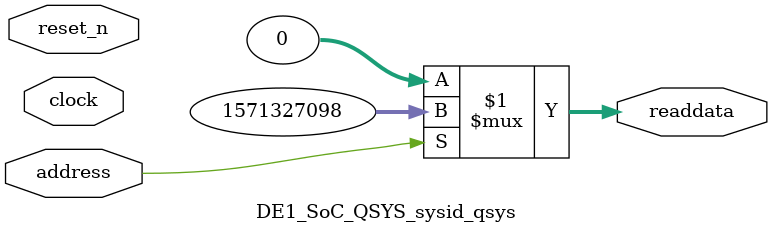
<source format=v>



// synthesis translate_off
`timescale 1ns / 1ps
// synthesis translate_on

// turn off superfluous verilog processor warnings 
// altera message_level Level1 
// altera message_off 10034 10035 10036 10037 10230 10240 10030 

module DE1_SoC_QSYS_sysid_qsys (
               // inputs:
                address,
                clock,
                reset_n,

               // outputs:
                readdata
             )
;

  output  [ 31: 0] readdata;
  input            address;
  input            clock;
  input            reset_n;

  wire    [ 31: 0] readdata;
  //control_slave, which is an e_avalon_slave
  assign readdata = address ? 1571327098 : 0;

endmodule



</source>
